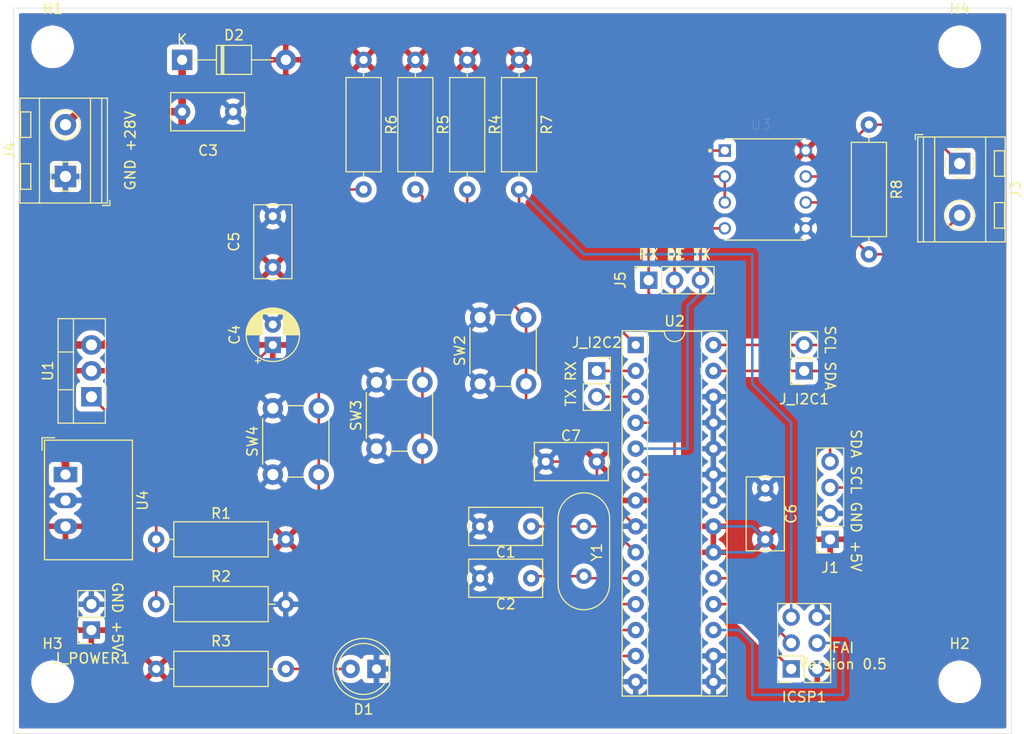
<source format=kicad_pcb>
(kicad_pcb (version 20171130) (host pcbnew "(5.1.6)-1")
  (layers (0 F.Cu signal) (31 B.Cu signal) (34 B.Paste user) (35 F.Paste user) (36 B.SilkS user) (37 F.SilkS user) (38 B.Mask user) (39 F.Mask user) (44 Edge.Cuts user))
  (net 0 "")
  (net 1 "Net-(C1-Pad2)")
  (net 2 GND)
  (net 3 "Net-(C2-Pad2)")
  (net 4 +28V)
  (net 5 +5V)
  (net 6 "Net-(D1-Pad2)")
  (net 7 "Net-(R1-Pad2)")
  (net 8 /SCL)
  (net 9 /SDA)
  (net 10 "Net-(J3-Pad2)")
  (net 11 "Net-(J3-Pad1)")
  (net 12 /TXDE)
  (net 13 /RS485RX)
  (net 14 /RS485TX)
  (net 15 /PIN11)
  (net 16 /PIN12)
  (net 17 /PIN13)
  (net 18 "Net-(ICSP1-Pad5)")
  (net 19 /MOSI)
  (net 20 /SCK)
  (net 21 /MISO)
  (net 22 /TXD)
  (net 23 /RXD)
  (module Package_DIP:DIP-28_W7.62mm_Socket (layer F.Cu) (at 97.79 137.16)
    (fp_text reference U2 (at 3.81 -2.33) (layer F.SilkS))
    (fp_text value ATmega328P-PU)
    (pad 1 thru_hole rect (at 0 0) (size 1.6 1.6) (drill 0.8) (layers *.Cu *.Mask) (net 18 "Net-(ICSP1-Pad5)"))
    (pad 15 thru_hole oval (at 7.62 33.02) (size 1.6 1.6) (drill 0.8) (layers *.Cu *.Mask) (net 2 GND))
    (pad 2 thru_hole oval (at 0 2.54) (size 1.6 1.6) (drill 0.8) (layers *.Cu *.Mask) (net 23 /RXD))
    (pad 16 thru_hole oval (at 7.62 30.48) (size 1.6 1.6) (drill 0.8) (layers *.Cu *.Mask) (net 2 GND))
    (pad 3 thru_hole oval (at 0 5.08) (size 1.6 1.6) (drill 0.8) (layers *.Cu *.Mask) (net 22 /TXD))
    (pad 17 thru_hole oval (at 7.62 27.94) (size 1.6 1.6) (drill 0.8) (layers *.Cu *.Mask) (net 19 /MOSI))
    (pad 4 thru_hole oval (at 0 7.62) (size 1.6 1.6) (drill 0.8) (layers *.Cu *.Mask) (net 13 /RS485RX))
    (pad 18 thru_hole oval (at 7.62 25.4) (size 1.6 1.6) (drill 0.8) (layers *.Cu *.Mask) (net 21 /MISO))
    (pad 5 thru_hole oval (at 0 10.16) (size 1.6 1.6) (drill 0.8) (layers *.Cu *.Mask) (net 14 /RS485TX))
    (pad 19 thru_hole oval (at 7.62 22.86) (size 1.6 1.6) (drill 0.8) (layers *.Cu *.Mask) (net 20 /SCK))
    (pad 6 thru_hole oval (at 0 12.7) (size 1.6 1.6) (drill 0.8) (layers *.Cu *.Mask) (net 12 /TXDE))
    (pad 20 thru_hole oval (at 7.62 20.32) (size 1.6 1.6) (drill 0.8) (layers *.Cu *.Mask) (net 5 +5V))
    (pad 7 thru_hole oval (at 0 15.24) (size 1.6 1.6) (drill 0.8) (layers *.Cu *.Mask) (net 5 +5V))
    (pad 21 thru_hole oval (at 7.62 17.78) (size 1.6 1.6) (drill 0.8) (layers *.Cu *.Mask) (net 5 +5V))
    (pad 8 thru_hole oval (at 0 17.78) (size 1.6 1.6) (drill 0.8) (layers *.Cu *.Mask) (net 2 GND))
    (pad 22 thru_hole oval (at 7.62 15.24) (size 1.6 1.6) (drill 0.8) (layers *.Cu *.Mask) (net 2 GND))
    (pad 9 thru_hole oval (at 0 20.32) (size 1.6 1.6) (drill 0.8) (layers *.Cu *.Mask) (net 1 "Net-(C1-Pad2)"))
    (pad 23 thru_hole oval (at 7.62 12.7) (size 1.6 1.6) (drill 0.8) (layers *.Cu *.Mask) (net 2 GND))
    (pad 10 thru_hole oval (at 0 22.86) (size 1.6 1.6) (drill 0.8) (layers *.Cu *.Mask) (net 3 "Net-(C2-Pad2)"))
    (pad 24 thru_hole oval (at 7.62 10.16) (size 1.6 1.6) (drill 0.8) (layers *.Cu *.Mask) (net 2 GND))
    (pad 11 thru_hole oval (at 0 25.4) (size 1.6 1.6) (drill 0.8) (layers *.Cu *.Mask) (net 15 /PIN11))
    (pad 25 thru_hole oval (at 7.62 7.62) (size 1.6 1.6) (drill 0.8) (layers *.Cu *.Mask) (net 2 GND))
    (pad 12 thru_hole oval (at 0 27.94) (size 1.6 1.6) (drill 0.8) (layers *.Cu *.Mask) (net 16 /PIN12))
    (pad 26 thru_hole oval (at 7.62 5.08) (size 1.6 1.6) (drill 0.8) (layers *.Cu *.Mask) (net 2 GND))
    (pad 13 thru_hole oval (at 0 30.48) (size 1.6 1.6) (drill 0.8) (layers *.Cu *.Mask) (net 17 /PIN13))
    (pad 27 thru_hole oval (at 7.62 2.54) (size 1.6 1.6) (drill 0.8) (layers *.Cu *.Mask) (net 9 /SDA))
    (pad 14 thru_hole oval (at 0 33.02) (size 1.6 1.6) (drill 0.8) (layers *.Cu *.Mask) (net 2 GND))
    (pad 28 thru_hole oval (at 7.62 0) (size 1.6 1.6) (drill 0.8) (layers *.Cu *.Mask) (net 8 /SCL))
  )
  (module "Connector THT:PinSocket_1x02_P2.54mm_Vertical" (layer F.Cu) (at 93.98 139.7)
    (fp_text reference J_I2C2 (at 0 -2.77) (layer F.SilkS))
    (fp_text value Conn_01x02_Female)
    (pad 2 thru_hole oval (at 0 2.54) (size 1.7 1.7) (drill 1) (layers *.Cu *.Mask) (net 22 /TXD))
    (pad 1 thru_hole rect (at 0 0) (size 1.7 1.7) (drill 1) (layers *.Cu *.Mask) (net 23 /RXD))
  )
  (module Connector_PinSocket_2.54mm:PinSocket_2x03_P2.54mm_Vertical (layer F.Cu) (at 113.03 168.91 180)
    (fp_text reference ICSP1 (at -1.27 -2.77 180) (layer F.SilkS))
    (fp_text value Conn_02x03_Odd_Even)
    (pad 6 thru_hole oval (at -2.54 5.08 180) (size 1.7 1.7) (drill 1) (layers *.Cu *.Mask) (net 2 GND))
    (pad 5 thru_hole oval (at 0 5.08 180) (size 1.7 1.7) (drill 1) (layers *.Cu *.Mask) (net 18 "Net-(ICSP1-Pad5)"))
    (pad 4 thru_hole oval (at -2.54 2.54 180) (size 1.7 1.7) (drill 1) (layers *.Cu *.Mask) (net 19 /MOSI))
    (pad 3 thru_hole oval (at 0 2.54 180) (size 1.7 1.7) (drill 1) (layers *.Cu *.Mask) (net 20 /SCK))
    (pad 2 thru_hole oval (at -2.54 0 180) (size 1.7 1.7) (drill 1) (layers *.Cu *.Mask) (net 5 +5V))
    (pad 1 thru_hole rect (at 0 0 180) (size 1.7 1.7) (drill 1) (layers *.Cu *.Mask) (net 21 /MISO))
  )
  (module "Connector THT:PinSocket_1x03_P2.54mm_Vertical" (layer F.Cu) (at 99.06 130.81 90)
    (fp_text reference J5 (at 0 -2.77 90) (layer F.SilkS))
    (fp_text value Conn_01x03_Female)
    (pad 1 thru_hole rect (at 0 0 90) (size 1.7 1.7) (drill 1) (layers *.Cu *.Mask) (net 13 /RS485RX))
    (pad 2 thru_hole oval (at 0 2.54 90) (size 1.7 1.7) (drill 1) (layers *.Cu *.Mask) (net 12 /TXDE))
    (pad 3 thru_hole oval (at 0 5.08 90) (size 1.7 1.7) (drill 1) (layers *.Cu *.Mask) (net 14 /RS485TX))
  )
  (module MAX485:DIP794W47P254L991H457Q8 (layer F.Cu) (at 110.49 121.92)
    (fp_text reference U3 (at -0.425 -6.345) (layer F.SilkS) (effects (font (thickness 0.015))))
    (fp_text value MAX485E)
    (pad 8 thru_hole circle (at 3.97 -3.81) (size 1.22 1.22) (drill 0.81) (layers *.Cu *.Mask) (net 5 +5V))
    (pad 7 thru_hole circle (at 3.97 -1.27) (size 1.22 1.22) (drill 0.81) (layers *.Cu *.Mask) (net 11 "Net-(J3-Pad1)"))
    (pad 6 thru_hole circle (at 3.97 1.27) (size 1.22 1.22) (drill 0.81) (layers *.Cu *.Mask) (net 10 "Net-(J3-Pad2)"))
    (pad 5 thru_hole circle (at 3.97 3.81) (size 1.22 1.22) (drill 0.81) (layers *.Cu *.Mask) (net 2 GND))
    (pad 4 thru_hole circle (at -3.97 3.81) (size 1.22 1.22) (drill 0.81) (layers *.Cu *.Mask) (net 14 /RS485TX))
    (pad 3 thru_hole circle (at -3.97 1.27) (size 1.22 1.22) (drill 0.81) (layers *.Cu *.Mask) (net 12 /TXDE))
    (pad 2 thru_hole circle (at -3.97 -1.27) (size 1.22 1.22) (drill 0.81) (layers *.Cu *.Mask) (net 12 /TXDE))
    (pad 1 thru_hole rect (at -3.97 -3.81) (size 1.22 1.22) (drill 0.81) (layers *.Cu *.Mask) (net 13 /RS485RX))
  )
  (module Resistor:R_Axial_DIN0309_L9.0mm_D3.2mm_P12.70mm_Horizontal (layer F.Cu) (at 120.65 115.57 270)
    (fp_text reference R8 (at 6.35 -2.72 90) (layer F.SilkS))
    (fp_text value 120)
    (pad 2 thru_hole oval (at 12.7 0 270) (size 1.6 1.6) (drill 0.8) (layers *.Cu *.Mask) (net 10 "Net-(J3-Pad2)"))
    (pad 1 thru_hole circle (at 0 0 270) (size 1.6 1.6) (drill 0.8) (layers *.Cu *.Mask) (net 11 "Net-(J3-Pad1)"))
  )
  (module TerminalBlock_RND:TerminalBlock_RND_205-00232_1x02_P5.08mm_Horizontal (layer F.Cu) (at 129.54 119.38 270)
    (fp_text reference J3 (at 2.54 -5.46 90) (layer F.SilkS))
    (fp_text value Screw_Terminal_01x02)
    (pad 2 thru_hole circle (at 5.08 0 270) (size 2.1 2.1) (drill 1.1) (layers *.Cu *.Mask) (net 10 "Net-(J3-Pad2)"))
    (pad 1 thru_hole rect (at 0 0 270) (size 2.1 2.1) (drill 1.1) (layers *.Cu *.Mask) (net 11 "Net-(J3-Pad1)"))
  )
  (module "Connector THT:PinSocket_1x02_P2.54mm_Vertical" (layer F.Cu) (at 44.45 165.1 180)
    (fp_text reference J_POWER1 (at 0 -2.77 180) (layer F.SilkS))
    (fp_text value Conn_01x02_Female)
    (pad 2 thru_hole oval (at 0 2.54 180) (size 1.7 1.7) (drill 1) (layers *.Cu *.Mask) (net 2 GND))
    (pad 1 thru_hole rect (at 0 0 180) (size 1.7 1.7) (drill 1) (layers *.Cu *.Mask) (net 5 +5V))
  )
  (module "Connector THT:PinSocket_1x02_P2.54mm_Vertical" (layer F.Cu) (at 114.3 139.7 180)
    (fp_text reference J_I2C1 (at 0 -2.77 180) (layer F.SilkS))
    (fp_text value Conn_01x02_Female)
    (pad 2 thru_hole oval (at 0 2.54 180) (size 1.7 1.7) (drill 1) (layers *.Cu *.Mask) (net 8 /SCL))
    (pad 1 thru_hole rect (at 0 0 180) (size 1.7 1.7) (drill 1) (layers *.Cu *.Mask) (net 9 /SDA))
  )
  (module Capacitor_THT:C_Rect_L7.0mm_W3.5mm_P5.00mm (layer F.Cu) (at 62.23 129.54 90)
    (fp_text reference C5 (at 2.5 -3.81 90) (layer F.SilkS))
    (fp_text value 100nF)
    (pad 2 thru_hole circle (at 5 0 90) (size 1.6 1.6) (drill 0.8) (layers *.Cu *.Mask) (net 2 GND))
    (pad 1 thru_hole circle (at 0 0 90) (size 1.6 1.6) (drill 0.8) (layers *.Cu *.Mask) (net 5 +5V))
  )
  (module "Button THT:SW_PUSH_6mm_H5mm" (layer F.Cu) (at 62.23 149.86 90)
    (fp_text reference SW4 (at 3.25 -2 90) (layer F.SilkS))
    (fp_text value SW_Push)
    (pad 1 thru_hole circle (at 6.5 0 180) (size 2 2) (drill 1.1) (layers *.Cu *.Mask) (net 2 GND))
    (pad 2 thru_hole circle (at 6.5 4.5 180) (size 2 2) (drill 1.1) (layers *.Cu *.Mask) (net 17 /PIN13))
    (pad 1 thru_hole circle (at 0 0 180) (size 2 2) (drill 1.1) (layers *.Cu *.Mask) (net 2 GND))
    (pad 2 thru_hole circle (at 0 4.5 180) (size 2 2) (drill 1.1) (layers *.Cu *.Mask) (net 17 /PIN13))
  )
  (module "Connector THT:PinSocket_1x04_P2.54mm_Vertical" (layer F.Cu) (at 116.84 156.21 180)
    (fp_text reference J1 (at 0 -2.77 180) (layer F.SilkS))
    (fp_text value Conn_01x04_Female)
    (pad 4 thru_hole oval (at 0 7.62 180) (size 1.7 1.7) (drill 1) (layers *.Cu *.Mask) (net 9 /SDA))
    (pad 3 thru_hole oval (at 0 5.08 180) (size 1.7 1.7) (drill 1) (layers *.Cu *.Mask) (net 8 /SCL))
    (pad 2 thru_hole oval (at 0 2.54 180) (size 1.7 1.7) (drill 1) (layers *.Cu *.Mask) (net 2 GND))
    (pad 1 thru_hole rect (at 0 0 180) (size 1.7 1.7) (drill 1) (layers *.Cu *.Mask) (net 5 +5V))
  )
  (module Quartz:Crystal_HC49-4H_Vertical (layer F.Cu) (at 92.71 154.94 270)
    (fp_text reference Y1 (at 2.54 -1.27 90) (layer F.SilkS))
    (fp_text value 16Mhz)
    (pad 2 thru_hole circle (at 4.88 0 270) (size 1.5 1.5) (drill 0.8) (layers *.Cu *.Mask) (net 3 "Net-(C2-Pad2)"))
    (pad 1 thru_hole circle (at 0 0 270) (size 1.5 1.5) (drill 0.8) (layers *.Cu *.Mask) (net 1 "Net-(C1-Pad2)"))
  )
  (module "TO SOT THT:TO-220-3_Vertical" (layer F.Cu) (at 44.45 142.24 90)
    (fp_text reference U1 (at 2.54 -4.27 90) (layer F.SilkS))
    (fp_text value LM317_TO-220)
    (pad 3 thru_hole oval (at 5.08 0 90) (size 1.905 2) (drill 1.1) (layers *.Cu *.Mask) (net 4 +28V))
    (pad 2 thru_hole oval (at 2.54 0 90) (size 1.905 2) (drill 1.1) (layers *.Cu *.Mask) (net 5 +5V))
    (pad 1 thru_hole rect (at 0 0 90) (size 1.905 2) (drill 1.1) (layers *.Cu *.Mask) (net 7 "Net-(R1-Pad2)"))
  )
  (module "Button THT:SW_PUSH_6mm_H5mm" (layer F.Cu) (at 72.39 147.32 90)
    (fp_text reference SW3 (at 3.25 -2 270) (layer F.SilkS))
    (fp_text value SW_Push)
    (pad 1 thru_hole circle (at 6.5 0 180) (size 2 2) (drill 1.1) (layers *.Cu *.Mask) (net 2 GND))
    (pad 2 thru_hole circle (at 6.5 4.5 180) (size 2 2) (drill 1.1) (layers *.Cu *.Mask) (net 16 /PIN12))
    (pad 1 thru_hole circle (at 0 0 180) (size 2 2) (drill 1.1) (layers *.Cu *.Mask) (net 2 GND))
    (pad 2 thru_hole circle (at 0 4.5 180) (size 2 2) (drill 1.1) (layers *.Cu *.Mask) (net 16 /PIN12))
  )
  (module "Button THT:SW_PUSH_6mm_H5mm" (layer F.Cu) (at 82.55 140.97 90)
    (fp_text reference SW2 (at 3.25 -2 270) (layer F.SilkS))
    (fp_text value SW_Push)
    (pad 1 thru_hole circle (at 6.5 0 180) (size 2 2) (drill 1.1) (layers *.Cu *.Mask) (net 2 GND))
    (pad 2 thru_hole circle (at 6.5 4.5 180) (size 2 2) (drill 1.1) (layers *.Cu *.Mask) (net 15 /PIN11))
    (pad 1 thru_hole circle (at 0 0 180) (size 2 2) (drill 1.1) (layers *.Cu *.Mask) (net 2 GND))
    (pad 2 thru_hole circle (at 0 4.5 180) (size 2 2) (drill 1.1) (layers *.Cu *.Mask) (net 15 /PIN11))
  )
  (module LED:LED_D5.0mm_Clear (layer F.Cu) (at 72.39 168.91 180)
    (fp_text reference D1 (at 1.27 -3.96) (layer F.SilkS))
    (fp_text value "Power LED")
    (pad 2 thru_hole circle (at 2.54 0 180) (size 1.8 1.8) (drill 0.9) (layers *.Cu *.Mask) (net 6 "Net-(D1-Pad2)"))
    (pad 1 thru_hole rect (at 0 0 180) (size 1.8 1.8) (drill 0.9) (layers *.Cu *.Mask) (net 2 GND))
  )
  (module "Capacitor THT:C_Rect_L7.0mm_W3.5mm_P5.00mm" (layer F.Cu) (at 82.55 154.94)
    (fp_text reference C1 (at 2.5 2.54) (layer F.SilkS))
    (fp_text value 22pf)
    (pad 2 thru_hole circle (at 5 0) (size 1.6 1.6) (drill 0.8) (layers *.Cu *.Mask) (net 1 "Net-(C1-Pad2)"))
    (pad 1 thru_hole circle (at 0 0) (size 1.6 1.6) (drill 0.8) (layers *.Cu *.Mask) (net 2 GND))
  )
  (module "Capacitor THT:C_Rect_L7.0mm_W3.5mm_P5.00mm" (layer F.Cu) (at 82.55 160.02)
    (fp_text reference C2 (at 2.5 2.54) (layer F.SilkS))
    (fp_text value 22pf)
    (pad 1 thru_hole circle (at 0 0) (size 1.6 1.6) (drill 0.8) (layers *.Cu *.Mask) (net 2 GND))
    (pad 2 thru_hole circle (at 5 0) (size 1.6 1.6) (drill 0.8) (layers *.Cu *.Mask) (net 3 "Net-(C2-Pad2)"))
  )
  (module Capacitor_THT:C_Rect_L7.0mm_W3.5mm_P5.00mm (layer F.Cu) (at 53.34 114.3)
    (fp_text reference C3 (at 2.54 3.81) (layer F.SilkS))
    (fp_text value 100nF)
    (pad 1 thru_hole circle (at 0 0) (size 1.6 1.6) (drill 0.8) (layers *.Cu *.Mask) (net 4 +28V))
    (pad 2 thru_hole circle (at 5 0) (size 1.6 1.6) (drill 0.8) (layers *.Cu *.Mask) (net 2 GND))
  )
  (module "Capacitor THT:CP_Radial_D5.0mm_P2.00mm" (layer F.Cu) (at 62.23 137.16 90)
    (fp_text reference C4 (at 1 -3.75 90) (layer F.SilkS))
    (fp_text value 1uF)
    (pad 1 thru_hole rect (at 0 0 90) (size 1.6 1.6) (drill 0.8) (layers *.Cu *.Mask) (net 5 +5V))
    (pad 2 thru_hole circle (at 2 0 90) (size 1.6 1.6) (drill 0.8) (layers *.Cu *.Mask) (net 2 GND))
  )
  (module Capacitor_THT:C_Rect_L7.0mm_W3.5mm_P5.00mm (layer F.Cu) (at 110.49 156.21 90)
    (fp_text reference C6 (at 2.5 2.54 90) (layer F.SilkS))
    (fp_text value 100nF)
    (pad 1 thru_hole circle (at 0 0 90) (size 1.6 1.6) (drill 0.8) (layers *.Cu *.Mask) (net 5 +5V))
    (pad 2 thru_hole circle (at 5 0 90) (size 1.6 1.6) (drill 0.8) (layers *.Cu *.Mask) (net 2 GND))
  )
  (module Capacitor_THT:C_Rect_L7.0mm_W3.5mm_P5.00mm (layer F.Cu) (at 93.98 148.59 180)
    (fp_text reference C7 (at 2.54 2.54) (layer F.SilkS))
    (fp_text value 100nF)
    (pad 2 thru_hole circle (at 5 0 180) (size 1.6 1.6) (drill 0.8) (layers *.Cu *.Mask) (net 2 GND))
    (pad 1 thru_hole circle (at 0 0 180) (size 1.6 1.6) (drill 0.8) (layers *.Cu *.Mask) (net 5 +5V))
  )
  (module "Diode THT:D_T-1_P10.16mm_Horizontal" (layer F.Cu) (at 53.34 109.22)
    (fp_text reference D2 (at 5.08 -2.42) (layer F.SilkS))
    (fp_text value D)
    (fp_text user K (at 0 -2) (layer F.SilkS))
    (pad 1 thru_hole rect (at 0 0) (size 2 2) (drill 1) (layers *.Cu *.Mask) (net 4 +28V))
    (pad 2 thru_hole oval (at 10.16 0) (size 2 2) (drill 1) (layers *.Cu *.Mask) (net 5 +5V))
  )
  (module MountingHole:MountingHole_3.2mm_M3_ISO14580 (layer F.Cu) (at 40.64 107.95)
    (fp_text reference H1 (at 0 -3.75) (layer F.SilkS))
    (fp_text value MountingHole)
    (pad 1 np_thru_hole circle (at 0 0) (size 3.2 3.2) (drill 3.2) (layers *.Cu *.Mask))
  )
  (module MountingHole:MountingHole_3.2mm_M3_ISO14580 (layer F.Cu) (at 129.54 170.18)
    (fp_text reference H2 (at 0 -3.75) (layer F.SilkS))
    (fp_text value MountingHole)
    (pad 1 np_thru_hole circle (at 0 0) (size 3.2 3.2) (drill 3.2) (layers *.Cu *.Mask))
  )
  (module MountingHole:MountingHole_3.2mm_M3_ISO14580 (layer F.Cu) (at 40.64 170.18)
    (fp_text reference H3 (at 0 -3.75) (layer F.SilkS))
    (fp_text value MountingHole)
    (pad 1 np_thru_hole circle (at 0 0) (size 3.2 3.2) (drill 3.2) (layers *.Cu *.Mask))
  )
  (module MountingHole:MountingHole_3.2mm_M3_ISO14580 (layer F.Cu) (at 129.54 107.95)
    (fp_text reference H4 (at 0 -3.75) (layer F.SilkS))
    (fp_text value MountingHole)
    (pad 1 np_thru_hole circle (at 0 0) (size 3.2 3.2) (drill 3.2) (layers *.Cu *.Mask))
  )
  (module Resistor:R_Axial_DIN0309_L9.0mm_D3.2mm_P12.70mm_Horizontal (layer F.Cu) (at 63.5 156.21 180)
    (fp_text reference R1 (at 6.35 2.54) (layer F.SilkS))
    (fp_text value 240)
    (pad 1 thru_hole circle (at 0 0 180) (size 1.6 1.6) (drill 0.8) (layers *.Cu *.Mask) (net 5 +5V))
    (pad 2 thru_hole oval (at 12.7 0 180) (size 1.6 1.6) (drill 0.8) (layers *.Cu *.Mask) (net 7 "Net-(R1-Pad2)"))
  )
  (module Resistor:R_Axial_DIN0309_L9.0mm_D3.2mm_P12.70mm_Horizontal (layer F.Cu) (at 50.8 162.56)
    (fp_text reference R2 (at 6.35 -2.72) (layer F.SilkS))
    (fp_text value 720)
    (pad 2 thru_hole oval (at 12.7 0) (size 1.6 1.6) (drill 0.8) (layers *.Cu *.Mask) (net 2 GND))
    (pad 1 thru_hole circle (at 0 0) (size 1.6 1.6) (drill 0.8) (layers *.Cu *.Mask) (net 7 "Net-(R1-Pad2)"))
  )
  (module Resistor:R_Axial_DIN0309_L9.0mm_D3.2mm_P12.70mm_Horizontal (layer F.Cu) (at 50.8 168.91)
    (fp_text reference R3 (at 6.35 -2.72 180) (layer F.SilkS))
    (fp_text value 1K)
    (pad 1 thru_hole circle (at 0 0) (size 1.6 1.6) (drill 0.8) (layers *.Cu *.Mask) (net 5 +5V))
    (pad 2 thru_hole oval (at 12.7 0) (size 1.6 1.6) (drill 0.8) (layers *.Cu *.Mask) (net 6 "Net-(D1-Pad2)"))
  )
  (module Resistor:R_Axial_DIN0309_L9.0mm_D3.2mm_P12.70mm_Horizontal (layer F.Cu) (at 81.28 109.22 270)
    (fp_text reference R4 (at 6.35 -2.72 90) (layer F.SilkS))
    (fp_text value 10k)
    (pad 2 thru_hole oval (at 12.7 0 270) (size 1.6 1.6) (drill 0.8) (layers *.Cu *.Mask) (net 15 /PIN11))
    (pad 1 thru_hole circle (at 0 0 270) (size 1.6 1.6) (drill 0.8) (layers *.Cu *.Mask) (net 5 +5V))
  )
  (module Resistor:R_Axial_DIN0309_L9.0mm_D3.2mm_P12.70mm_Horizontal (layer F.Cu) (at 76.2 109.22 270)
    (fp_text reference R5 (at 6.35 -2.72 90) (layer F.SilkS))
    (fp_text value 10k)
    (pad 1 thru_hole circle (at 0 0 270) (size 1.6 1.6) (drill 0.8) (layers *.Cu *.Mask) (net 5 +5V))
    (pad 2 thru_hole oval (at 12.7 0 270) (size 1.6 1.6) (drill 0.8) (layers *.Cu *.Mask) (net 16 /PIN12))
  )
  (module Resistor:R_Axial_DIN0309_L9.0mm_D3.2mm_P12.70mm_Horizontal (layer F.Cu) (at 71.12 109.22 270)
    (fp_text reference R6 (at 6.35 -2.72 90) (layer F.SilkS))
    (fp_text value 10k)
    (pad 2 thru_hole oval (at 12.7 0 270) (size 1.6 1.6) (drill 0.8) (layers *.Cu *.Mask) (net 17 /PIN13))
    (pad 1 thru_hole circle (at 0 0 270) (size 1.6 1.6) (drill 0.8) (layers *.Cu *.Mask) (net 5 +5V))
  )
  (module TerminalBlock_RND:TerminalBlock_RND_205-00232_1x02_P5.08mm_Horizontal (layer F.Cu) (at 41.91 120.65 90)
    (fp_text reference J4 (at 2.54 -5.46 90) (layer F.SilkS))
    (fp_text value Screw_Terminal_01x02)
    (pad 1 thru_hole rect (at 0 0 90) (size 2.1 2.1) (drill 1.1) (layers *.Cu *.Mask) (net 2 GND))
    (pad 2 thru_hole circle (at 5.08 0 90) (size 2.1 2.1) (drill 1.1) (layers *.Cu *.Mask) (net 4 +28V))
  )
  (module Resistor:R_Axial_DIN0309_L9.0mm_D3.2mm_P12.70mm_Horizontal (layer F.Cu) (at 86.36 109.22 270)
    (fp_text reference R7 (at 6.35 -2.72 90) (layer F.SilkS))
    (fp_text value 10k)
    (pad 1 thru_hole circle (at 0 0 270) (size 1.6 1.6) (drill 0.8) (layers *.Cu *.Mask) (net 5 +5V))
    (pad 2 thru_hole oval (at 12.7 0 270) (size 1.6 1.6) (drill 0.8) (layers *.Cu *.Mask) (net 18 "Net-(ICSP1-Pad5)"))
  )
  (module Converter_DCDC:Converter_DCDC_RECOM_R-78E-0.5_THT (layer F.Cu) (at 41.91 149.86 270)
    (fp_text reference U4 (at 2.54 -7.56 270) (layer F.SilkS))
    (fp_text value R-78E5.0-0.5)
    (pad 1 thru_hole rect (at 0 0 270) (size 1.5 2.3) (drill 1) (layers *.Cu *.Mask) (net 4 +28V))
    (pad 2 thru_hole oval (at 2.54 0 270) (size 1.5 2.3) (drill 1) (layers *.Cu *.Mask) (net 2 GND))
    (pad 3 thru_hole oval (at 5.08 0 270) (size 1.5 2.3) (drill 1) (layers *.Cu *.Mask) (net 5 +5V))
  )
  (gr_text "GND +28V" (at 48.26 118.11 90) (layer F.SilkS) (effects (font (size 1 1))))
  (gr_text "GND +5V" (at 46.99 163.83 270) (layer F.SilkS) (effects (font (size 1 1))))
  (gr_text "TX RX" (at 91.44 140.97 90) (layer F.SilkS) (effects (font (size 1 1))))
  (gr_text "SCL SDA" (at 116.84 138.43 270) (layer F.SilkS) (effects (font (size 1 1))))
  (gr_text "RX DE TX" (at 101.6 128.27) (layer F.SilkS) (effects (font (size 1 1))))
  (gr_text "SDA SCL GND +5V" (at 119.38 152.4 270) (layer F.SilkS) (effects (font (size 1 1))))
  (gr_text "FAI\nVersion 0.5" (at 118.11 167.64) (layer F.SilkS) (effects (font (size 1 1))))
  (gr_line (start 36.83 175.26) (end 36.83 104.14) (angle 90) (layer Edge.Cuts) (width 0.05))
  (gr_line (start 38.1 175.26) (end 36.83 175.26) (angle 90) (layer Edge.Cuts) (width 0.05))
  (gr_line (start 134.62 175.26) (end 38.1 175.26) (angle 90) (layer Edge.Cuts) (width 0.05))
  (gr_line (start 134.62 104.14) (end 134.62 175.26) (angle 90) (layer Edge.Cuts) (width 0.05))
  (gr_line (start 36.83 104.14) (end 134.62 104.14) (angle 90) (layer Edge.Cuts) (width 0.05))
  (segment (start 87.55 154.94) (end 92.71 154.94) (width 0.25) (layer F.Cu) (net 1))
  (segment (start 92.71 154.94) (end 95.25 154.94) (width 0.25) (layer F.Cu) (net 1))
  (segment (start 95.25 154.94) (end 97.79 157.48) (width 0.25) (layer F.Cu) (net 1))
  (via (at 105.41 167.64) (size 0.8) (drill 0.4) (layers F.Cu B.Cu) (net 2))
  (via (at 105.41 170.18) (size 0.8) (drill 0.4) (layers F.Cu B.Cu) (net 2))
  (segment (start 109.3 152.4) (end 110.49 151.21) (width 0.25) (layer F.Cu) (net 2))
  (segment (start 105.41 152.4) (end 109.3 152.4) (width 0.25) (layer F.Cu) (net 2))
  (segment (start 97.79 154.94) (end 91.44 148.59) (width 0.25) (layer F.Cu) (net 2))
  (segment (start 91.44 148.59) (end 88.98 148.59) (width 0.25) (layer F.Cu) (net 2))
  (segment (start 97.79 160.02) (end 92.91 160.02) (width 0.25) (layer F.Cu) (net 3))
  (segment (start 92.91 160.02) (end 92.71 159.82) (width 0.25) (layer F.Cu) (net 3))
  (segment (start 92.71 159.82) (end 87.75 159.82) (width 0.25) (layer F.Cu) (net 3))
  (segment (start 87.75 159.82) (end 87.55 160.02) (width 0.25) (layer F.Cu) (net 3))
  (segment (start 53.34 109.22) (end 53.34 114.3) (width 0.75) (layer F.Cu) (net 4))
  (segment (start 43.18 114.3) (end 41.91 115.57) (width 0.75) (layer F.Cu) (net 4))
  (segment (start 53.34 114.3) (end 43.18 114.3) (width 0.75) (layer F.Cu) (net 4))
  (segment (start 44.45 137.16) (end 45.72 137.16) (width 0.75) (layer F.Cu) (net 4))
  (segment (start 53.34 129.54) (end 53.34 114.3) (width 0.75) (layer F.Cu) (net 4))
  (segment (start 45.72 137.16) (end 53.34 129.54) (width 0.75) (layer F.Cu) (net 4))
  (segment (start 44.45 137.16) (end 40.64 137.16) (width 0.75) (layer F.Cu) (net 4))
  (segment (start 41.91 148.59) (end 41.91 149.86) (width 0.75) (layer F.Cu) (net 4))
  (segment (start 40.64 147.32) (end 41.91 148.59) (width 0.75) (layer F.Cu) (net 4))
  (segment (start 40.64 137.16) (end 40.64 147.32) (width 0.75) (layer F.Cu) (net 4))
  (segment (start 105.41 154.94) (end 109.22 154.94) (width 0.25) (layer B.Cu) (net 5))
  (segment (start 109.22 154.94) (end 110.49 156.21) (width 0.25) (layer B.Cu) (net 5))
  (segment (start 110.49 156.21) (end 109.22 157.48) (width 0.25) (layer B.Cu) (net 5))
  (segment (start 109.22 157.48) (end 105.41 157.48) (width 0.25) (layer B.Cu) (net 5))
  (segment (start 93.98 148.59) (end 93.98 149.86) (width 0.25) (layer F.Cu) (net 5))
  (segment (start 96.52 152.4) (end 97.79 152.4) (width 0.25) (layer F.Cu) (net 5))
  (segment (start 93.98 149.86) (end 96.52 152.4) (width 0.25) (layer F.Cu) (net 5))
  (segment (start 44.45 139.7) (end 59.69 139.7) (width 0.25) (layer F.Cu) (net 5))
  (segment (start 59.69 139.7) (end 62.23 137.16) (width 0.25) (layer F.Cu) (net 5))
  (segment (start 44.45 139.7) (end 52.07 139.7) (width 0.25) (layer F.Cu) (net 5))
  (segment (start 52.07 139.7) (end 62.23 129.54) (width 0.25) (layer F.Cu) (net 5))
  (segment (start 63.5 168.91) (end 69.85 168.91) (width 0.25) (layer F.Cu) (net 6))
  (segment (start 50.8 162.56) (end 50.8 156.21) (width 0.25) (layer F.Cu) (net 7))
  (segment (start 50.8 156.21) (end 50.8 148.59) (width 0.25) (layer F.Cu) (net 7))
  (segment (start 50.8 148.59) (end 44.45 142.24) (width 0.25) (layer F.Cu) (net 7))
  (segment (start 105.41 137.16) (end 120.65 137.16) (width 0.25) (layer F.Cu) (net 8))
  (segment (start 120.65 151.13) (end 116.84 151.13) (width 0.25) (layer F.Cu) (net 8))
  (segment (start 120.65 137.16) (end 120.65 151.13) (width 0.25) (layer F.Cu) (net 8))
  (segment (start 116.84 139.7) (end 105.41 139.7) (width 0.25) (layer F.Cu) (net 9))
  (segment (start 116.84 148.59) (end 116.84 139.7) (width 0.25) (layer F.Cu) (net 9))
  (segment (start 116.84 139.7) (end 114.3 139.7) (width 0.25) (layer F.Cu) (net 9))
  (segment (start 115.57 123.19) (end 120.65 128.27) (width 0.25) (layer F.Cu) (net 10))
  (segment (start 114.46 123.19) (end 115.57 123.19) (width 0.25) (layer F.Cu) (net 10))
  (segment (start 125.73 128.27) (end 129.54 124.46) (width 0.25) (layer F.Cu) (net 10))
  (segment (start 120.65 128.27) (end 125.73 128.27) (width 0.25) (layer F.Cu) (net 10))
  (segment (start 115.57 120.65) (end 120.65 115.57) (width 0.25) (layer F.Cu) (net 11))
  (segment (start 114.46 120.65) (end 115.57 120.65) (width 0.25) (layer F.Cu) (net 11))
  (segment (start 125.73 115.57) (end 129.54 119.38) (width 0.25) (layer F.Cu) (net 11))
  (segment (start 120.65 115.57) (end 125.73 115.57) (width 0.25) (layer F.Cu) (net 11))
  (segment (start 106.52 120.65) (end 106.52 123.19) (width 0.25) (layer F.Cu) (net 12))
  (segment (start 101.6 130.81) (end 101.6 121.92) (width 0.25) (layer F.Cu) (net 12))
  (segment (start 102.87 120.65) (end 106.52 120.65) (width 0.25) (layer F.Cu) (net 12))
  (segment (start 101.6 121.92) (end 102.87 120.65) (width 0.25) (layer F.Cu) (net 12))
  (segment (start 97.79 149.86) (end 101.6 149.86) (width 0.25) (layer F.Cu) (net 12))
  (segment (start 101.6 149.86) (end 101.6 130.81) (width 0.25) (layer F.Cu) (net 12))
  (segment (start 97.584999 144.574999) (end 97.79 144.78) (width 0.25) (layer B.Cu) (net 13))
  (segment (start 99.06 130.81) (end 99.06 120.65) (width 0.25) (layer F.Cu) (net 13))
  (segment (start 101.6 118.11) (end 106.52 118.11) (width 0.25) (layer F.Cu) (net 13))
  (segment (start 99.06 120.65) (end 101.6 118.11) (width 0.25) (layer F.Cu) (net 13))
  (segment (start 97.79 144.78) (end 100.33 144.78) (width 0.25) (layer F.Cu) (net 13))
  (segment (start 99.06 132.08) (end 99.06 130.81) (width 0.25) (layer F.Cu) (net 13))
  (segment (start 100.33 133.35) (end 99.06 132.08) (width 0.25) (layer F.Cu) (net 13))
  (segment (start 100.33 144.78) (end 100.33 133.35) (width 0.25) (layer F.Cu) (net 13))
  (segment (start 104.14 130.81) (end 104.14 127) (width 0.25) (layer F.Cu) (net 14))
  (segment (start 105.41 125.73) (end 106.52 125.73) (width 0.25) (layer F.Cu) (net 14))
  (segment (start 104.14 127) (end 105.41 125.73) (width 0.25) (layer F.Cu) (net 14))
  (segment (start 97.79 147.32) (end 102.87 147.32) (width 0.25) (layer B.Cu) (net 14))
  (segment (start 104.14 132.08) (end 104.14 130.81) (width 0.25) (layer B.Cu) (net 14))
  (segment (start 102.87 133.35) (end 104.14 132.08) (width 0.25) (layer B.Cu) (net 14))
  (segment (start 102.87 147.32) (end 102.87 133.35) (width 0.25) (layer B.Cu) (net 14))
  (segment (start 87.05 134.47) (end 87.05 140.97) (width 0.25) (layer F.Cu) (net 15))
  (segment (start 81.28 128.7) (end 87.05 134.47) (width 0.25) (layer F.Cu) (net 15))
  (segment (start 81.28 121.92) (end 81.28 128.7) (width 0.25) (layer F.Cu) (net 15))
  (segment (start 87.05 140.97) (end 87.05 145.36) (width 0.25) (layer F.Cu) (net 15))
  (segment (start 85.09 162.56) (end 97.79 162.56) (width 0.25) (layer F.Cu) (net 15))
  (segment (start 85.09 147.32) (end 85.09 162.56) (width 0.25) (layer F.Cu) (net 15))
  (segment (start 87.05 145.36) (end 85.09 147.32) (width 0.25) (layer F.Cu) (net 15))
  (segment (start 76.89 147.32) (end 76.89 140.82) (width 0.25) (layer F.Cu) (net 16))
  (segment (start 76.89 122.61) (end 76.2 121.92) (width 0.25) (layer F.Cu) (net 16))
  (segment (start 76.89 140.82) (end 76.89 122.61) (width 0.25) (layer F.Cu) (net 16))
  (segment (start 76.89 147.32) (end 76.89 163.25) (width 0.25) (layer F.Cu) (net 16))
  (segment (start 78.74 165.1) (end 97.79 165.1) (width 0.25) (layer F.Cu) (net 16))
  (segment (start 76.89 163.25) (end 78.74 165.1) (width 0.25) (layer F.Cu) (net 16))
  (segment (start 66.73 143.36) (end 66.73 149.86) (width 0.25) (layer F.Cu) (net 17))
  (segment (start 66.73 149.86) (end 66.73 156.9) (width 0.25) (layer F.Cu) (net 17))
  (segment (start 77.47 167.64) (end 97.79 167.64) (width 0.25) (layer F.Cu) (net 17))
  (segment (start 66.73 156.9) (end 77.47 167.64) (width 0.25) (layer F.Cu) (net 17))
  (segment (start 71.12 121.92) (end 68.58 121.92) (width 0.25) (layer F.Cu) (net 17))
  (segment (start 66.73 123.77) (end 66.73 143.36) (width 0.25) (layer F.Cu) (net 17))
  (segment (start 68.58 121.92) (end 66.73 123.77) (width 0.25) (layer F.Cu) (net 17))
  (segment (start 86.36 121.92) (end 86.36 125.73) (width 0.25) (layer F.Cu) (net 18))
  (segment (start 86.36 125.73) (end 97.79 137.16) (width 0.25) (layer F.Cu) (net 18))
  (segment (start 113.03 163.83) (end 113.03 144.78) (width 0.25) (layer B.Cu) (net 18))
  (segment (start 92.71 128.27) (end 86.36 121.92) (width 0.25) (layer B.Cu) (net 18))
  (segment (start 109.22 128.27) (end 92.71 128.27) (width 0.25) (layer B.Cu) (net 18))
  (segment (start 113.03 144.78) (end 109.22 140.97) (width 0.25) (layer B.Cu) (net 18))
  (segment (start 109.22 140.97) (end 109.22 128.27) (width 0.25) (layer B.Cu) (net 18))
  (segment (start 105.41 165.1) (end 107.95 165.1) (width 0.25) (layer B.Cu) (net 19))
  (segment (start 118.11 166.37) (end 115.57 166.37) (width 0.25) (layer B.Cu) (net 19))
  (segment (start 118.11 171.45) (end 118.11 166.37) (width 0.25) (layer B.Cu) (net 19))
  (segment (start 109.22 171.45) (end 118.11 171.45) (width 0.25) (layer B.Cu) (net 19))
  (segment (start 109.22 166.37) (end 109.22 171.45) (width 0.25) (layer B.Cu) (net 19))
  (segment (start 107.95 165.1) (end 109.22 166.37) (width 0.25) (layer B.Cu) (net 19))
  (segment (start 105.41 160.02) (end 106.68 160.02) (width 0.25) (layer F.Cu) (net 20))
  (segment (start 106.68 160.02) (end 113.03 166.37) (width 0.25) (layer F.Cu) (net 20))
  (segment (start 113.03 168.91) (end 106.68 162.56) (width 0.25) (layer F.Cu) (net 21))
  (segment (start 106.68 162.56) (end 105.41 162.56) (width 0.25) (layer F.Cu) (net 21))
  (segment (start 97.79 142.24) (end 93.98 142.24) (width 0.25) (layer F.Cu) (net 22))
  (segment (start 93.98 139.7) (end 97.79 139.7) (width 0.25) (layer F.Cu) (net 23))
  (zone (net 2) (net_name GND) (layer B.Cu) (connect_pads (clearance 0.508)) (min_thickness 0.254) (fill yes (arc_segments 32) (thermal_gap 0.508) (thermal_bridge_width 0.508))
    (polygon (pts (xy 134.62 175.26) (xy 36.83 175.26) (xy 36.83 104.14) (xy 134.62 104.14)))
  )
  (zone (net 5) (net_name +5V) (layer F.Cu) (connect_pads (clearance 0.508)) (min_thickness 0.254) (fill yes (arc_segments 32) (thermal_gap 0.508) (thermal_bridge_width 0.508))
    (polygon (pts (xy 134.62 175.26) (xy 36.83 175.26) (xy 36.83 104.14) (xy 134.62 104.14)))
  )
  (zone (net 5) (net_name +5V) (layer F.Cu) (connect_pads (clearance 0.508)) (min_thickness 0.254) (fill yes (arc_segments 32) (thermal_gap 0.508) (thermal_bridge_width 0.508))
    (polygon (pts (xy 134.62 175.26) (xy 36.83 175.26) (xy 36.83 104.14) (xy 134.62 104.14)))
  )
  (zone (net 2) (net_name GND) (layer B.Cu) (connect_pads (clearance 0.508)) (min_thickness 0.254) (fill yes (arc_segments 32) (thermal_gap 0.508) (thermal_bridge_width 0.508))
    (polygon (pts (xy 134.62 175.26) (xy 36.83 175.26) (xy 36.83 104.14) (xy 134.62 104.14)))
  )
  (zone (net 5) (net_name +5V) (layer F.Cu) (connect_pads (clearance 0.508)) (min_thickness 0.254) (fill yes (arc_segments 32) (thermal_gap 0.508) (thermal_bridge_width 0.508))
    (polygon (pts (xy 134.62 175.26) (xy 36.83 175.26) (xy 36.83 104.14) (xy 134.62 104.14)))
  )
  (zone (net 2) (net_name GND) (layer B.Cu) (connect_pads (clearance 0.508)) (min_thickness 0.254) (fill yes (arc_segments 32) (thermal_gap 0.508) (thermal_bridge_width 0.508))
    (polygon (pts (xy 134.62 175.26) (xy 36.83 175.26) (xy 36.83 104.14) (xy 134.62 104.14)))
  )
  (zone (net 5) (net_name +5V) (layer F.Cu) (connect_pads (clearance 0.508)) (min_thickness 0.254) (fill yes (arc_segments 32) (thermal_gap 0.508) (thermal_bridge_width 0.508))
    (polygon (pts (xy 134.62 175.26) (xy 36.83 175.26) (xy 36.83 104.14) (xy 134.62 104.14)))
  )
  (zone (net 2) (net_name GND) (layer B.Cu) (connect_pads (clearance 0.508)) (min_thickness 0.254) (fill yes (arc_segments 32) (thermal_gap 0.508) (thermal_bridge_width 0.508))
    (polygon (pts (xy 134.62 175.26) (xy 36.83 175.26) (xy 36.83 104.14) (xy 134.62 104.14)))
  )
  (zone (net 5) (net_name +5V) (layer F.Cu) (connect_pads (clearance 0.508)) (min_thickness 0.254) (fill yes (arc_segments 32) (thermal_gap 0.508) (thermal_bridge_width 0.508))
    (polygon (pts (xy 134.62 175.26) (xy 134.62 104.14) (xy 36.83 104.14) (xy 36.83 175.26)))
  )
  (zone (net 2) (net_name GND) (layer B.Cu) (connect_pads (clearance 0.508)) (min_thickness 0.254) (fill yes (arc_segments 32) (thermal_gap 0.508) (thermal_bridge_width 0.508))
    (polygon (pts (xy 134.62 175.26) (xy 134.62 104.14) (xy 36.83 104.14) (xy 36.83 175.26)))
  )
  (zone (net 5) (net_name +5V) (layer F.Cu) (connect_pads (clearance 0.508)) (min_thickness 0.254) (fill yes (arc_segments 32) (thermal_gap 0.508) (thermal_bridge_width 0.508))
    (polygon (pts (xy 134.62 175.26) (xy 36.83 175.26) (xy 36.83 104.14) (xy 134.62 104.14)))
  )
  (zone (net 2) (net_name GND) (layer B.Cu) (connect_pads (clearance 0.508)) (min_thickness 0.254) (fill yes (arc_segments 32) (thermal_gap 0.508) (thermal_bridge_width 0.508))
    (polygon (pts (xy 134.62 175.26) (xy 36.83 175.26) (xy 36.83 104.14) (xy 134.62 104.14)))
  )
  (zone (net 5) (net_name +5V) (layer F.Cu) (connect_pads (clearance 0.508)) (min_thickness 0.254) (fill yes (arc_segments 32) (thermal_gap 0.508) (thermal_bridge_width 0.508))
    (polygon (pts (xy 134.62 175.26) (xy 36.83 175.26) (xy 36.83 104.14) (xy 134.62 104.14)))
  )
  (zone (net 2) (net_name GND) (layer B.Cu) (connect_pads (clearance 0.508)) (min_thickness 0.254) (fill yes (arc_segments 32) (thermal_gap 0.508) (thermal_bridge_width 0.508))
    (polygon (pts (xy 134.62 175.26) (xy 36.83 175.26) (xy 36.83 104.14) (xy 134.62 104.14)))
  )
)
</source>
